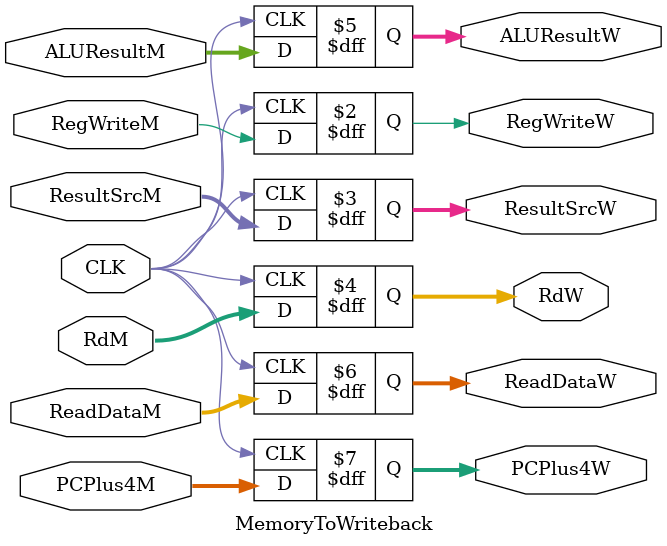
<source format=sv>
module MemoryToWriteback #(
    parameter   DATA_WIDTH = 32,
                ADDRESS_WIDTH = 5
)(
    input  logic                       CLK, RegWriteM,
    input  logic [1:0]                 ResultSrcM,
    input  logic [ADDRESS_WIDTH-1:0]   RdM,
    input  logic [DATA_WIDTH-1:0]      ALUResultM, ReadDataM, PCPlus4M,

    output  logic                      RegWriteW,
    output  logic [1:0]                ResultSrcW,
    output  logic [ADDRESS_WIDTH-1:0]  RdW,
    output  logic [DATA_WIDTH-1:0]     ALUResultW, ReadDataW, PCPlus4W
    );

always_ff @(posedge CLK) begin
        RegWriteW <= RegWriteM;
        ResultSrcW <= ResultSrcM;
        RdW <= RdM;
        ALUResultW <= ALUResultM;
        ReadDataW <= ReadDataM;     
        PCPlus4W <= PCPlus4M;
end

endmodule

</source>
